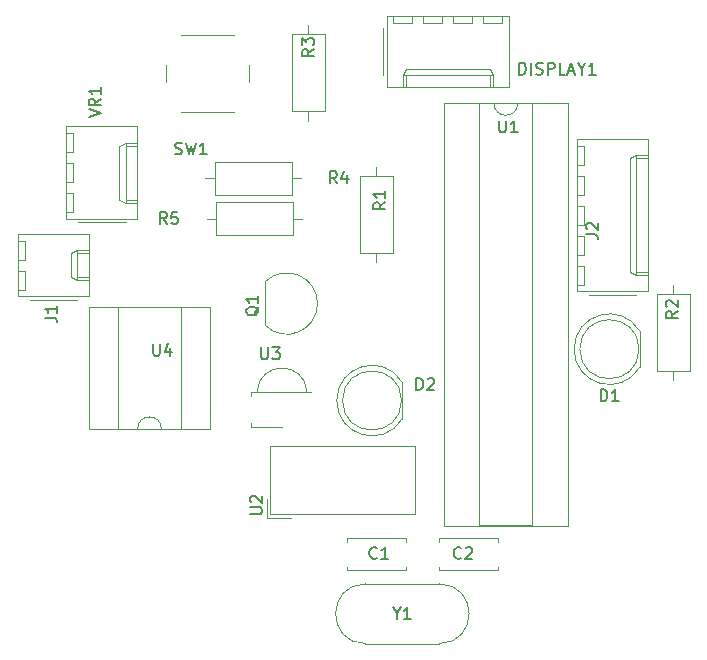
<source format=gbr>
%TF.GenerationSoftware,KiCad,Pcbnew,(6.0.7-1)-1*%
%TF.CreationDate,2022-10-28T21:41:31+05:30*%
%TF.ProjectId,Ac Temp Control V2,41632054-656d-4702-9043-6f6e74726f6c,rev?*%
%TF.SameCoordinates,Original*%
%TF.FileFunction,Legend,Top*%
%TF.FilePolarity,Positive*%
%FSLAX46Y46*%
G04 Gerber Fmt 4.6, Leading zero omitted, Abs format (unit mm)*
G04 Created by KiCad (PCBNEW (6.0.7-1)-1) date 2022-10-28 21:41:31*
%MOMM*%
%LPD*%
G01*
G04 APERTURE LIST*
%ADD10C,0.150000*%
%ADD11C,0.120000*%
G04 APERTURE END LIST*
D10*
%TO.C,U1*%
X157019897Y-88034182D02*
X157019897Y-88843706D01*
X157067516Y-88938944D01*
X157115135Y-88986563D01*
X157210373Y-89034182D01*
X157400849Y-89034182D01*
X157496087Y-88986563D01*
X157543706Y-88938944D01*
X157591325Y-88843706D01*
X157591325Y-88034182D01*
X158591325Y-89034182D02*
X158019897Y-89034182D01*
X158305611Y-89034182D02*
X158305611Y-88034182D01*
X158210373Y-88177040D01*
X158115135Y-88272278D01*
X158019897Y-88319897D01*
%TO.C,Y1*%
X148355611Y-129757992D02*
X148355611Y-130234182D01*
X148022278Y-129234182D02*
X148355611Y-129757992D01*
X148688944Y-129234182D01*
X149546087Y-130234182D02*
X148974659Y-130234182D01*
X149260373Y-130234182D02*
X149260373Y-129234182D01*
X149165135Y-129377040D01*
X149069897Y-129472278D01*
X148974659Y-129519897D01*
%TO.C,R3*%
X141334182Y-81998468D02*
X140857992Y-82331802D01*
X141334182Y-82569897D02*
X140334182Y-82569897D01*
X140334182Y-82188944D01*
X140381802Y-82093706D01*
X140429421Y-82046087D01*
X140524659Y-81998468D01*
X140667516Y-81998468D01*
X140762754Y-82046087D01*
X140810373Y-82093706D01*
X140857992Y-82188944D01*
X140857992Y-82569897D01*
X140334182Y-81665135D02*
X140334182Y-81046087D01*
X140715135Y-81379421D01*
X140715135Y-81236563D01*
X140762754Y-81141325D01*
X140810373Y-81093706D01*
X140905611Y-81046087D01*
X141143706Y-81046087D01*
X141238944Y-81093706D01*
X141286563Y-81141325D01*
X141334182Y-81236563D01*
X141334182Y-81522278D01*
X141286563Y-81617516D01*
X141238944Y-81665135D01*
%TO.C,VR1*%
X122284182Y-87741325D02*
X123284182Y-87407992D01*
X122284182Y-87074659D01*
X123284182Y-86169897D02*
X122807992Y-86503230D01*
X123284182Y-86741325D02*
X122284182Y-86741325D01*
X122284182Y-86360373D01*
X122331802Y-86265135D01*
X122379421Y-86217516D01*
X122474659Y-86169897D01*
X122617516Y-86169897D01*
X122712754Y-86217516D01*
X122760373Y-86265135D01*
X122807992Y-86360373D01*
X122807992Y-86741325D01*
X123284182Y-85217516D02*
X123284182Y-85788944D01*
X123284182Y-85503230D02*
X122284182Y-85503230D01*
X122427040Y-85598468D01*
X122522278Y-85693706D01*
X122569897Y-85788944D01*
%TO.C,SW1*%
X129598468Y-90836563D02*
X129741325Y-90884182D01*
X129979421Y-90884182D01*
X130074659Y-90836563D01*
X130122278Y-90788944D01*
X130169897Y-90693706D01*
X130169897Y-90598468D01*
X130122278Y-90503230D01*
X130074659Y-90455611D01*
X129979421Y-90407992D01*
X129788944Y-90360373D01*
X129693706Y-90312754D01*
X129646087Y-90265135D01*
X129598468Y-90169897D01*
X129598468Y-90074659D01*
X129646087Y-89979421D01*
X129693706Y-89931802D01*
X129788944Y-89884182D01*
X130027040Y-89884182D01*
X130169897Y-89931802D01*
X130503230Y-89884182D02*
X130741325Y-90884182D01*
X130931802Y-90169897D01*
X131122278Y-90884182D01*
X131360373Y-89884182D01*
X132265135Y-90884182D02*
X131693706Y-90884182D01*
X131979421Y-90884182D02*
X131979421Y-89884182D01*
X131884182Y-90027040D01*
X131788944Y-90122278D01*
X131693706Y-90169897D01*
%TO.C,R1*%
X147384182Y-94948468D02*
X146907992Y-95281802D01*
X147384182Y-95519897D02*
X146384182Y-95519897D01*
X146384182Y-95138944D01*
X146431802Y-95043706D01*
X146479421Y-94996087D01*
X146574659Y-94948468D01*
X146717516Y-94948468D01*
X146812754Y-94996087D01*
X146860373Y-95043706D01*
X146907992Y-95138944D01*
X146907992Y-95519897D01*
X147384182Y-93996087D02*
X147384182Y-94567516D01*
X147384182Y-94281802D02*
X146384182Y-94281802D01*
X146527040Y-94377040D01*
X146622278Y-94472278D01*
X146669897Y-94567516D01*
%TO.C,U4*%
X127719897Y-106934182D02*
X127719897Y-107743706D01*
X127767516Y-107838944D01*
X127815135Y-107886563D01*
X127910373Y-107934182D01*
X128100849Y-107934182D01*
X128196087Y-107886563D01*
X128243706Y-107838944D01*
X128291325Y-107743706D01*
X128291325Y-106934182D01*
X129196087Y-107267516D02*
X129196087Y-107934182D01*
X128957992Y-106886563D02*
X128719897Y-107600849D01*
X129338944Y-107600849D01*
%TO.C,J1*%
X118584182Y-104715135D02*
X119298468Y-104715135D01*
X119441325Y-104762754D01*
X119536563Y-104857992D01*
X119584182Y-105000849D01*
X119584182Y-105096087D01*
X119584182Y-103715135D02*
X119584182Y-104286563D01*
X119584182Y-104000849D02*
X118584182Y-104000849D01*
X118727040Y-104096087D01*
X118822278Y-104191325D01*
X118869897Y-104286563D01*
%TO.C,DISPLAY1*%
X158717516Y-84134182D02*
X158717516Y-83134182D01*
X158955611Y-83134182D01*
X159098468Y-83181802D01*
X159193706Y-83277040D01*
X159241325Y-83372278D01*
X159288944Y-83562754D01*
X159288944Y-83705611D01*
X159241325Y-83896087D01*
X159193706Y-83991325D01*
X159098468Y-84086563D01*
X158955611Y-84134182D01*
X158717516Y-84134182D01*
X159717516Y-84134182D02*
X159717516Y-83134182D01*
X160146087Y-84086563D02*
X160288944Y-84134182D01*
X160527040Y-84134182D01*
X160622278Y-84086563D01*
X160669897Y-84038944D01*
X160717516Y-83943706D01*
X160717516Y-83848468D01*
X160669897Y-83753230D01*
X160622278Y-83705611D01*
X160527040Y-83657992D01*
X160336563Y-83610373D01*
X160241325Y-83562754D01*
X160193706Y-83515135D01*
X160146087Y-83419897D01*
X160146087Y-83324659D01*
X160193706Y-83229421D01*
X160241325Y-83181802D01*
X160336563Y-83134182D01*
X160574659Y-83134182D01*
X160717516Y-83181802D01*
X161146087Y-84134182D02*
X161146087Y-83134182D01*
X161527040Y-83134182D01*
X161622278Y-83181802D01*
X161669897Y-83229421D01*
X161717516Y-83324659D01*
X161717516Y-83467516D01*
X161669897Y-83562754D01*
X161622278Y-83610373D01*
X161527040Y-83657992D01*
X161146087Y-83657992D01*
X162622278Y-84134182D02*
X162146087Y-84134182D01*
X162146087Y-83134182D01*
X162907992Y-83848468D02*
X163384182Y-83848468D01*
X162812754Y-84134182D02*
X163146087Y-83134182D01*
X163479421Y-84134182D01*
X164003230Y-83657992D02*
X164003230Y-84134182D01*
X163669897Y-83134182D02*
X164003230Y-83657992D01*
X164336563Y-83134182D01*
X165193706Y-84134182D02*
X164622278Y-84134182D01*
X164907992Y-84134182D02*
X164907992Y-83134182D01*
X164812754Y-83277040D01*
X164717516Y-83372278D01*
X164622278Y-83419897D01*
%TO.C,C1*%
X146665135Y-125038944D02*
X146617516Y-125086563D01*
X146474659Y-125134182D01*
X146379421Y-125134182D01*
X146236563Y-125086563D01*
X146141325Y-124991325D01*
X146093706Y-124896087D01*
X146046087Y-124705611D01*
X146046087Y-124562754D01*
X146093706Y-124372278D01*
X146141325Y-124277040D01*
X146236563Y-124181802D01*
X146379421Y-124134182D01*
X146474659Y-124134182D01*
X146617516Y-124181802D01*
X146665135Y-124229421D01*
X147617516Y-125134182D02*
X147046087Y-125134182D01*
X147331802Y-125134182D02*
X147331802Y-124134182D01*
X147236563Y-124277040D01*
X147141325Y-124372278D01*
X147046087Y-124419897D01*
%TO.C,D1*%
X165623706Y-111794182D02*
X165623706Y-110794182D01*
X165861802Y-110794182D01*
X166004659Y-110841802D01*
X166099897Y-110937040D01*
X166147516Y-111032278D01*
X166195135Y-111222754D01*
X166195135Y-111365611D01*
X166147516Y-111556087D01*
X166099897Y-111651325D01*
X166004659Y-111746563D01*
X165861802Y-111794182D01*
X165623706Y-111794182D01*
X167147516Y-111794182D02*
X166576087Y-111794182D01*
X166861802Y-111794182D02*
X166861802Y-110794182D01*
X166766563Y-110937040D01*
X166671325Y-111032278D01*
X166576087Y-111079897D01*
%TO.C,C2*%
X153815135Y-125038944D02*
X153767516Y-125086563D01*
X153624659Y-125134182D01*
X153529421Y-125134182D01*
X153386563Y-125086563D01*
X153291325Y-124991325D01*
X153243706Y-124896087D01*
X153196087Y-124705611D01*
X153196087Y-124562754D01*
X153243706Y-124372278D01*
X153291325Y-124277040D01*
X153386563Y-124181802D01*
X153529421Y-124134182D01*
X153624659Y-124134182D01*
X153767516Y-124181802D01*
X153815135Y-124229421D01*
X154196087Y-124229421D02*
X154243706Y-124181802D01*
X154338944Y-124134182D01*
X154577040Y-124134182D01*
X154672278Y-124181802D01*
X154719897Y-124229421D01*
X154767516Y-124324659D01*
X154767516Y-124419897D01*
X154719897Y-124562754D01*
X154148468Y-125134182D01*
X154767516Y-125134182D01*
%TO.C,J2*%
X164384182Y-97665135D02*
X165098468Y-97665135D01*
X165241325Y-97712754D01*
X165336563Y-97807992D01*
X165384182Y-97950849D01*
X165384182Y-98046087D01*
X164479421Y-97236563D02*
X164431802Y-97188944D01*
X164384182Y-97093706D01*
X164384182Y-96855611D01*
X164431802Y-96760373D01*
X164479421Y-96712754D01*
X164574659Y-96665135D01*
X164669897Y-96665135D01*
X164812754Y-96712754D01*
X165384182Y-97284182D01*
X165384182Y-96665135D01*
%TO.C,R5*%
X128885135Y-96784182D02*
X128551802Y-96307992D01*
X128313706Y-96784182D02*
X128313706Y-95784182D01*
X128694659Y-95784182D01*
X128789897Y-95831802D01*
X128837516Y-95879421D01*
X128885135Y-95974659D01*
X128885135Y-96117516D01*
X128837516Y-96212754D01*
X128789897Y-96260373D01*
X128694659Y-96307992D01*
X128313706Y-96307992D01*
X129789897Y-95784182D02*
X129313706Y-95784182D01*
X129266087Y-96260373D01*
X129313706Y-96212754D01*
X129408944Y-96165135D01*
X129647040Y-96165135D01*
X129742278Y-96212754D01*
X129789897Y-96260373D01*
X129837516Y-96355611D01*
X129837516Y-96593706D01*
X129789897Y-96688944D01*
X129742278Y-96736563D01*
X129647040Y-96784182D01*
X129408944Y-96784182D01*
X129313706Y-96736563D01*
X129266087Y-96688944D01*
%TO.C,D2*%
X150018706Y-110834182D02*
X150018706Y-109834182D01*
X150256802Y-109834182D01*
X150399659Y-109881802D01*
X150494897Y-109977040D01*
X150542516Y-110072278D01*
X150590135Y-110262754D01*
X150590135Y-110405611D01*
X150542516Y-110596087D01*
X150494897Y-110691325D01*
X150399659Y-110786563D01*
X150256802Y-110834182D01*
X150018706Y-110834182D01*
X150971087Y-109929421D02*
X151018706Y-109881802D01*
X151113944Y-109834182D01*
X151352040Y-109834182D01*
X151447278Y-109881802D01*
X151494897Y-109929421D01*
X151542516Y-110024659D01*
X151542516Y-110119897D01*
X151494897Y-110262754D01*
X150923468Y-110834182D01*
X151542516Y-110834182D01*
%TO.C,R2*%
X172134182Y-104178468D02*
X171657992Y-104511802D01*
X172134182Y-104749897D02*
X171134182Y-104749897D01*
X171134182Y-104368944D01*
X171181802Y-104273706D01*
X171229421Y-104226087D01*
X171324659Y-104178468D01*
X171467516Y-104178468D01*
X171562754Y-104226087D01*
X171610373Y-104273706D01*
X171657992Y-104368944D01*
X171657992Y-104749897D01*
X171229421Y-103797516D02*
X171181802Y-103749897D01*
X171134182Y-103654659D01*
X171134182Y-103416563D01*
X171181802Y-103321325D01*
X171229421Y-103273706D01*
X171324659Y-103226087D01*
X171419897Y-103226087D01*
X171562754Y-103273706D01*
X172134182Y-103845135D01*
X172134182Y-103226087D01*
%TO.C,U3*%
X136869897Y-107234182D02*
X136869897Y-108043706D01*
X136917516Y-108138944D01*
X136965135Y-108186563D01*
X137060373Y-108234182D01*
X137250849Y-108234182D01*
X137346087Y-108186563D01*
X137393706Y-108138944D01*
X137441325Y-108043706D01*
X137441325Y-107234182D01*
X137822278Y-107234182D02*
X138441325Y-107234182D01*
X138107992Y-107615135D01*
X138250849Y-107615135D01*
X138346087Y-107662754D01*
X138393706Y-107710373D01*
X138441325Y-107805611D01*
X138441325Y-108043706D01*
X138393706Y-108138944D01*
X138346087Y-108186563D01*
X138250849Y-108234182D01*
X137965135Y-108234182D01*
X137869897Y-108186563D01*
X137822278Y-108138944D01*
%TO.C,Q1*%
X136697619Y-103785238D02*
X136650000Y-103880476D01*
X136554761Y-103975714D01*
X136411904Y-104118571D01*
X136364285Y-104213809D01*
X136364285Y-104309047D01*
X136602380Y-104261428D02*
X136554761Y-104356666D01*
X136459523Y-104451904D01*
X136269047Y-104499523D01*
X135935714Y-104499523D01*
X135745238Y-104451904D01*
X135650000Y-104356666D01*
X135602380Y-104261428D01*
X135602380Y-104070952D01*
X135650000Y-103975714D01*
X135745238Y-103880476D01*
X135935714Y-103832857D01*
X136269047Y-103832857D01*
X136459523Y-103880476D01*
X136554761Y-103975714D01*
X136602380Y-104070952D01*
X136602380Y-104261428D01*
X136602380Y-102880476D02*
X136602380Y-103451904D01*
X136602380Y-103166190D02*
X135602380Y-103166190D01*
X135745238Y-103261428D01*
X135840476Y-103356666D01*
X135888095Y-103451904D01*
%TO.C,R4*%
X143285135Y-93334182D02*
X142951802Y-92857992D01*
X142713706Y-93334182D02*
X142713706Y-92334182D01*
X143094659Y-92334182D01*
X143189897Y-92381802D01*
X143237516Y-92429421D01*
X143285135Y-92524659D01*
X143285135Y-92667516D01*
X143237516Y-92762754D01*
X143189897Y-92810373D01*
X143094659Y-92857992D01*
X142713706Y-92857992D01*
X144142278Y-92667516D02*
X144142278Y-93334182D01*
X143904182Y-92286563D02*
X143666087Y-93000849D01*
X144285135Y-93000849D01*
%TO.C,U2*%
X135934182Y-121343706D02*
X136743706Y-121343706D01*
X136838944Y-121296087D01*
X136886563Y-121248468D01*
X136934182Y-121153230D01*
X136934182Y-120962754D01*
X136886563Y-120867516D01*
X136838944Y-120819897D01*
X136743706Y-120772278D01*
X135934182Y-120772278D01*
X136029421Y-120343706D02*
X135981802Y-120296087D01*
X135934182Y-120200849D01*
X135934182Y-119962754D01*
X135981802Y-119867516D01*
X136029421Y-119819897D01*
X136124659Y-119772278D01*
X136219897Y-119772278D01*
X136362754Y-119819897D01*
X136934182Y-120391325D01*
X136934182Y-119772278D01*
D11*
%TO.C,U1*%
X156591802Y-86576802D02*
G75*
G03*
X158591802Y-86576802I1000000J0D01*
G01*
X162841802Y-122316802D02*
X162841802Y-86516802D01*
X155341802Y-122256802D02*
X159841802Y-122256802D01*
X156591802Y-86576802D02*
X155341802Y-86576802D01*
X159841802Y-122256802D02*
X159841802Y-86576802D01*
X162841802Y-86516802D02*
X152341802Y-86516802D01*
X155341802Y-86576802D02*
X155341802Y-122256802D01*
X152341802Y-86516802D02*
X152341802Y-122316802D01*
X152341802Y-122316802D02*
X162841802Y-122316802D01*
X159841802Y-86576802D02*
X158591802Y-86576802D01*
%TO.C,Y1*%
X145706802Y-127256802D02*
X151956802Y-127256802D01*
X145706802Y-132306802D02*
X151956802Y-132306802D01*
X145706802Y-127256802D02*
G75*
G03*
X145706802Y-132306802I0J-2525000D01*
G01*
X151956802Y-132306802D02*
G75*
G03*
X151956802Y-127256802I0J2525000D01*
G01*
%TO.C,R3*%
X139511802Y-80711802D02*
X139511802Y-87251802D01*
X142251802Y-87251802D02*
X142251802Y-80711802D01*
X142251802Y-80711802D02*
X139511802Y-80711802D01*
X140881802Y-88021802D02*
X140881802Y-87251802D01*
X139511802Y-87251802D02*
X142251802Y-87251802D01*
X140881802Y-79941802D02*
X140881802Y-80711802D01*
%TO.C,VR1*%
X125391802Y-94971802D02*
X124861802Y-94721802D01*
X120371802Y-90691802D02*
X120971802Y-90691802D01*
X126391802Y-94971802D02*
X125391802Y-94971802D01*
X120371802Y-95771802D02*
X120971802Y-95771802D01*
X120971802Y-89091802D02*
X120371802Y-89091802D01*
X124861802Y-90141802D02*
X125391802Y-89891802D01*
X125391802Y-94971802D02*
X125391802Y-89891802D01*
X120971802Y-93231802D02*
X120971802Y-91631802D01*
X120971802Y-90691802D02*
X120971802Y-89091802D01*
X126391802Y-94721802D02*
X125391802Y-94721802D01*
X120971802Y-95771802D02*
X120971802Y-94171802D01*
X124861802Y-94721802D02*
X124861802Y-90141802D01*
X120971802Y-94171802D02*
X120371802Y-94171802D01*
X126391802Y-90141802D02*
X125391802Y-90141802D01*
X126391802Y-96351802D02*
X126391802Y-88511802D01*
X126391802Y-88511802D02*
X120371802Y-88511802D01*
X125391802Y-89891802D02*
X126391802Y-89891802D01*
X120971802Y-91631802D02*
X120371802Y-91631802D01*
X121401802Y-96641802D02*
X125401802Y-96641802D01*
X120371802Y-93231802D02*
X120971802Y-93231802D01*
X120371802Y-96351802D02*
X126391802Y-96351802D01*
X120371802Y-88511802D02*
X120371802Y-96351802D01*
%TO.C,SW1*%
X134581802Y-80781802D02*
X130081802Y-80781802D01*
X135831802Y-84781802D02*
X135831802Y-83281802D01*
X130081802Y-87281802D02*
X134581802Y-87281802D01*
X128831802Y-83281802D02*
X128831802Y-84781802D01*
%TO.C,R1*%
X148001802Y-99251802D02*
X148001802Y-92711802D01*
X145261802Y-92711802D02*
X145261802Y-99251802D01*
X146631802Y-100021802D02*
X146631802Y-99251802D01*
X148001802Y-92711802D02*
X145261802Y-92711802D01*
X146631802Y-91941802D02*
X146631802Y-92711802D01*
X145261802Y-99251802D02*
X148001802Y-99251802D01*
%TO.C,U4*%
X122281802Y-114171802D02*
X132561802Y-114171802D01*
X124771802Y-114111802D02*
X126421802Y-114111802D01*
X128421802Y-114111802D02*
X130071802Y-114111802D01*
X130071802Y-103831802D02*
X124771802Y-103831802D01*
X124771802Y-103831802D02*
X124771802Y-114111802D01*
X130071802Y-114111802D02*
X130071802Y-103831802D01*
X122281802Y-103771802D02*
X122281802Y-114171802D01*
X132561802Y-103771802D02*
X122281802Y-103771802D01*
X132561802Y-114171802D02*
X132561802Y-103771802D01*
X128421802Y-114111802D02*
G75*
G03*
X126421802Y-114111802I-1000000J0D01*
G01*
%TO.C,J1*%
X121271802Y-101531802D02*
X120741802Y-101281802D01*
X116851802Y-102331802D02*
X116851802Y-100731802D01*
X117281802Y-103201802D02*
X121281802Y-103201802D01*
X116851802Y-98191802D02*
X116251802Y-98191802D01*
X116251802Y-102331802D02*
X116851802Y-102331802D01*
X122271802Y-97611802D02*
X116251802Y-97611802D01*
X122271802Y-102911802D02*
X122271802Y-97611802D01*
X122271802Y-99241802D02*
X121271802Y-99241802D01*
X116251802Y-102911802D02*
X122271802Y-102911802D01*
X120741802Y-101281802D02*
X120741802Y-99241802D01*
X120741802Y-99241802D02*
X121271802Y-98991802D01*
X122271802Y-101531802D02*
X121271802Y-101531802D01*
X121271802Y-101531802D02*
X121271802Y-98991802D01*
X116851802Y-99791802D02*
X116851802Y-98191802D01*
X116251802Y-99791802D02*
X116851802Y-99791802D01*
X116851802Y-100731802D02*
X116251802Y-100731802D01*
X116251802Y-97611802D02*
X116251802Y-102911802D01*
X121271802Y-98991802D02*
X122271802Y-98991802D01*
X122271802Y-101281802D02*
X121271802Y-101281802D01*
%TO.C,DISPLAY1*%
X148871802Y-85191802D02*
X148871802Y-84191802D01*
X153151802Y-79771802D02*
X154751802Y-79771802D01*
X157291802Y-79771802D02*
X157291802Y-79171802D01*
X148871802Y-84191802D02*
X149121802Y-83661802D01*
X148071802Y-79771802D02*
X149671802Y-79771802D01*
X156241802Y-85191802D02*
X156241802Y-84191802D01*
X153151802Y-79171802D02*
X153151802Y-79771802D01*
X147201802Y-80201802D02*
X147201802Y-84201802D01*
X148871802Y-84191802D02*
X156491802Y-84191802D01*
X156491802Y-84191802D02*
X156491802Y-85191802D01*
X157871802Y-85191802D02*
X157871802Y-79171802D01*
X147491802Y-85191802D02*
X157871802Y-85191802D01*
X149121802Y-85191802D02*
X149121802Y-84191802D01*
X156241802Y-83661802D02*
X156491802Y-84191802D01*
X152211802Y-79771802D02*
X152211802Y-79171802D01*
X148071802Y-79171802D02*
X148071802Y-79771802D01*
X155691802Y-79771802D02*
X157291802Y-79771802D01*
X150611802Y-79171802D02*
X150611802Y-79771802D01*
X157871802Y-79171802D02*
X147491802Y-79171802D01*
X149121802Y-83661802D02*
X156241802Y-83661802D01*
X147491802Y-79171802D02*
X147491802Y-85191802D01*
X150611802Y-79771802D02*
X152211802Y-79771802D01*
X149671802Y-79771802D02*
X149671802Y-79171802D01*
X154751802Y-79771802D02*
X154751802Y-79171802D01*
X155691802Y-79171802D02*
X155691802Y-79771802D01*
%TO.C,C1*%
X144161802Y-123361802D02*
X149101802Y-123361802D01*
X144161802Y-126101802D02*
X149101802Y-126101802D01*
X149101802Y-123361802D02*
X149101802Y-123676802D01*
X144161802Y-125786802D02*
X144161802Y-126101802D01*
X144161802Y-123361802D02*
X144161802Y-123676802D01*
X149101802Y-125786802D02*
X149101802Y-126101802D01*
%TO.C,D1*%
X168921802Y-108926802D02*
X168921802Y-105836802D01*
X163371802Y-107381340D02*
G75*
G03*
X168921802Y-108926632I2990000J-462D01*
G01*
X168921802Y-105836972D02*
G75*
G03*
X163371802Y-107382264I-2560000J-1544830D01*
G01*
X168861802Y-107381802D02*
G75*
G03*
X168861802Y-107381802I-2500000J0D01*
G01*
%TO.C,C2*%
X156901802Y-123676802D02*
X156901802Y-123361802D01*
X156901802Y-126101802D02*
X151961802Y-126101802D01*
X156901802Y-123361802D02*
X151961802Y-123361802D01*
X151961802Y-123676802D02*
X151961802Y-123361802D01*
X156901802Y-126101802D02*
X156901802Y-125786802D01*
X151961802Y-126101802D02*
X151961802Y-125786802D01*
%TO.C,J2*%
X164221802Y-95231802D02*
X163621802Y-95231802D01*
X163621802Y-94291802D02*
X164221802Y-94291802D01*
X168641802Y-90951802D02*
X169641802Y-90951802D01*
X164651802Y-102781802D02*
X168651802Y-102781802D01*
X169641802Y-100861802D02*
X168641802Y-100861802D01*
X163621802Y-96831802D02*
X164221802Y-96831802D01*
X163621802Y-89571802D02*
X163621802Y-102491802D01*
X163621802Y-101911802D02*
X164221802Y-101911802D01*
X164221802Y-99371802D02*
X164221802Y-97771802D01*
X169641802Y-101111802D02*
X168641802Y-101111802D01*
X163621802Y-91751802D02*
X164221802Y-91751802D01*
X168641802Y-101111802D02*
X168111802Y-100861802D01*
X164221802Y-90151802D02*
X163621802Y-90151802D01*
X169641802Y-89571802D02*
X163621802Y-89571802D01*
X163621802Y-99371802D02*
X164221802Y-99371802D01*
X164221802Y-100311802D02*
X163621802Y-100311802D01*
X164221802Y-94291802D02*
X164221802Y-92691802D01*
X164221802Y-97771802D02*
X163621802Y-97771802D01*
X163621802Y-102491802D02*
X169641802Y-102491802D01*
X164221802Y-91751802D02*
X164221802Y-90151802D01*
X169641802Y-102491802D02*
X169641802Y-89571802D01*
X164221802Y-101911802D02*
X164221802Y-100311802D01*
X168111802Y-91201802D02*
X168641802Y-90951802D01*
X169641802Y-91201802D02*
X168641802Y-91201802D01*
X164221802Y-96831802D02*
X164221802Y-95231802D01*
X168641802Y-101111802D02*
X168641802Y-90951802D01*
X168111802Y-100861802D02*
X168111802Y-91201802D01*
X164221802Y-92691802D02*
X163621802Y-92691802D01*
%TO.C,R5*%
X139571802Y-94961802D02*
X133031802Y-94961802D01*
X133031802Y-97701802D02*
X139571802Y-97701802D01*
X139571802Y-97701802D02*
X139571802Y-94961802D01*
X132261802Y-96331802D02*
X133031802Y-96331802D01*
X140341802Y-96331802D02*
X139571802Y-96331802D01*
X133031802Y-94961802D02*
X133031802Y-97701802D01*
%TO.C,D2*%
X148821802Y-113276802D02*
X148821802Y-110186802D01*
X148821802Y-110186972D02*
G75*
G03*
X143271802Y-111732264I-2560000J-1544830D01*
G01*
X143271802Y-111731340D02*
G75*
G03*
X148821802Y-113276632I2990000J-462D01*
G01*
X148761802Y-111731802D02*
G75*
G03*
X148761802Y-111731802I-2500000J0D01*
G01*
%TO.C,R2*%
X170411802Y-102691802D02*
X170411802Y-109231802D01*
X171781802Y-101921802D02*
X171781802Y-102691802D01*
X171781802Y-110001802D02*
X171781802Y-109231802D01*
X170411802Y-109231802D02*
X173151802Y-109231802D01*
X173151802Y-102691802D02*
X170411802Y-102691802D01*
X173151802Y-109231802D02*
X173151802Y-102691802D01*
%TO.C,U3*%
X136041802Y-111321802D02*
X136041802Y-110981802D01*
X136041802Y-113991802D02*
X138641802Y-113991802D01*
X136041802Y-113641802D02*
X136041802Y-113991802D01*
X136041802Y-110981802D02*
X141131802Y-110981802D01*
X140741719Y-110980066D02*
G75*
G03*
X136541802Y-110981802I-2099917J-101736D01*
G01*
%TO.C,Q1*%
X137200000Y-101720000D02*
X137200000Y-105320000D01*
X137211522Y-105358478D02*
G75*
G03*
X141650000Y-103520000I1838478J1838478D01*
G01*
X141650001Y-103520000D02*
G75*
G03*
X137211522Y-101681522I-2600001J0D01*
G01*
%TO.C,R4*%
X139471802Y-91561802D02*
X132931802Y-91561802D01*
X140241802Y-92931802D02*
X139471802Y-92931802D01*
X132931802Y-94301802D02*
X139471802Y-94301802D01*
X139471802Y-94301802D02*
X139471802Y-91561802D01*
X132161802Y-92931802D02*
X132931802Y-92931802D01*
X132931802Y-91561802D02*
X132931802Y-94301802D01*
%TO.C,U2*%
X137649302Y-115604302D02*
X149909302Y-115604302D01*
X137369302Y-121644302D02*
X137369302Y-120034302D01*
X137369302Y-121644302D02*
X139369302Y-121644302D01*
X137649302Y-121354302D02*
X137649302Y-115614302D01*
X149909302Y-115604302D02*
X149909302Y-121364302D01*
X149909302Y-121364302D02*
X137659302Y-121364302D01*
%TD*%
M02*

</source>
